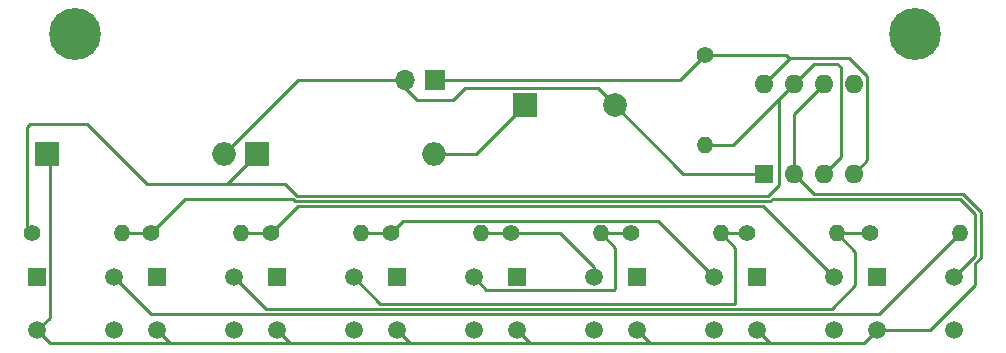
<source format=gbr>
%TF.GenerationSoftware,KiCad,Pcbnew,(6.0.7)*%
%TF.CreationDate,2022-08-03T09:20:52-07:00*%
%TF.ProjectId,PianoKeychain,5069616e-6f4b-4657-9963-6861696e2e6b,rev?*%
%TF.SameCoordinates,Original*%
%TF.FileFunction,Copper,L1,Top*%
%TF.FilePolarity,Positive*%
%FSLAX46Y46*%
G04 Gerber Fmt 4.6, Leading zero omitted, Abs format (unit mm)*
G04 Created by KiCad (PCBNEW (6.0.7)) date 2022-08-03 09:20:52*
%MOMM*%
%LPD*%
G01*
G04 APERTURE LIST*
%TA.AperFunction,ComponentPad*%
%ADD10R,1.498000X1.498000*%
%TD*%
%TA.AperFunction,ComponentPad*%
%ADD11C,1.498000*%
%TD*%
%TA.AperFunction,ComponentPad*%
%ADD12C,1.400000*%
%TD*%
%TA.AperFunction,ComponentPad*%
%ADD13O,1.400000X1.400000*%
%TD*%
%TA.AperFunction,ComponentPad*%
%ADD14C,4.400000*%
%TD*%
%TA.AperFunction,ComponentPad*%
%ADD15R,2.000000X2.000000*%
%TD*%
%TA.AperFunction,ComponentPad*%
%ADD16O,2.000000X2.000000*%
%TD*%
%TA.AperFunction,ComponentPad*%
%ADD17R,1.600000X1.600000*%
%TD*%
%TA.AperFunction,ComponentPad*%
%ADD18O,1.600000X1.600000*%
%TD*%
%TA.AperFunction,ComponentPad*%
%ADD19C,2.000000*%
%TD*%
%TA.AperFunction,ComponentPad*%
%ADD20R,1.700000X1.700000*%
%TD*%
%TA.AperFunction,ComponentPad*%
%ADD21O,1.700000X1.700000*%
%TD*%
%TA.AperFunction,Conductor*%
%ADD22C,0.250000*%
%TD*%
G04 APERTURE END LIST*
D10*
%TO.P,SW6,1*%
%TO.N,unconnected-(SW6-Pad1)*%
X126290000Y-137450000D03*
D11*
%TO.P,SW6,2*%
%TO.N,Net-(R7-Pad2)*%
X132790000Y-137450000D03*
%TO.P,SW6,3*%
%TO.N,Net-(C2-Pad1)*%
X126290000Y-141950000D03*
%TO.P,SW6,4*%
%TO.N,unconnected-(SW6-Pad4)*%
X132790000Y-141950000D03*
%TD*%
D12*
%TO.P,R8,1*%
%TO.N,Net-(R7-Pad2)*%
X166068282Y-133711832D03*
D13*
%TO.P,R8,2*%
%TO.N,Net-(R8-Pad2)*%
X173688282Y-133711832D03*
%TD*%
D14*
%TO.P,Mount,1*%
%TO.N,N/C*%
X109220000Y-116840000D03*
%TD*%
D15*
%TO.P,C1,1*%
%TO.N,Net-(C1-Pad1)*%
X124580000Y-127000000D03*
D16*
%TO.P,C1,2*%
%TO.N,Net-(C1-Pad2)*%
X139580000Y-127000000D03*
%TD*%
D10*
%TO.P,SW1,1*%
%TO.N,unconnected-(SW1-Pad1)*%
X177090000Y-137450000D03*
D11*
%TO.P,SW1,2*%
%TO.N,Net-(R2-Pad2)*%
X183590000Y-137450000D03*
%TO.P,SW1,3*%
%TO.N,Net-(C2-Pad1)*%
X177090000Y-141950000D03*
%TO.P,SW1,4*%
%TO.N,unconnected-(SW1-Pad4)*%
X183590000Y-141950000D03*
%TD*%
D17*
%TO.P,U1,1,GND*%
%TO.N,GND*%
X167511421Y-128681359D03*
D18*
%TO.P,U1,2,TR*%
%TO.N,Net-(C2-Pad1)*%
X170051421Y-128681359D03*
%TO.P,U1,3,Q*%
%TO.N,Net-(C1-Pad1)*%
X172591421Y-128681359D03*
%TO.P,U1,4,R*%
%TO.N,+9V*%
X175131421Y-128681359D03*
%TO.P,U1,5,CV*%
%TO.N,unconnected-(U1-Pad5)*%
X175131421Y-121061359D03*
%TO.P,U1,6,THR*%
%TO.N,Net-(C2-Pad1)*%
X172591421Y-121061359D03*
%TO.P,U1,7,DIS*%
%TO.N,Net-(C1-Pad1)*%
X170051421Y-121061359D03*
%TO.P,U1,8,VCC*%
%TO.N,+9V*%
X167511421Y-121061359D03*
%TD*%
D10*
%TO.P,SW8,1*%
%TO.N,unconnected-(SW8-Pad1)*%
X105970000Y-137450000D03*
D11*
%TO.P,SW8,2*%
%TO.N,Net-(R9-Pad2)*%
X112470000Y-137450000D03*
%TO.P,SW8,3*%
%TO.N,Net-(C2-Pad1)*%
X105970000Y-141950000D03*
%TO.P,SW8,4*%
%TO.N,unconnected-(SW8-Pad4)*%
X112470000Y-141950000D03*
%TD*%
D10*
%TO.P,SW7,1*%
%TO.N,unconnected-(SW7-Pad1)*%
X116130000Y-137450000D03*
D11*
%TO.P,SW7,2*%
%TO.N,Net-(R8-Pad2)*%
X122630000Y-137450000D03*
%TO.P,SW7,3*%
%TO.N,Net-(C2-Pad1)*%
X116130000Y-141950000D03*
%TO.P,SW7,4*%
%TO.N,unconnected-(SW7-Pad4)*%
X122630000Y-141950000D03*
%TD*%
D13*
%TO.P,R9,2*%
%TO.N,Net-(R9-Pad2)*%
X184150000Y-133700000D03*
D12*
%TO.P,R9,1*%
%TO.N,Net-(R8-Pad2)*%
X176530000Y-133700000D03*
%TD*%
D15*
%TO.P,C2,1*%
%TO.N,Net-(C2-Pad1)*%
X106800000Y-127000000D03*
D16*
%TO.P,C2,2*%
%TO.N,GND*%
X121800000Y-127000000D03*
%TD*%
D10*
%TO.P,SW2,1*%
%TO.N,unconnected-(SW2-Pad1)*%
X166930000Y-137450000D03*
D11*
%TO.P,SW2,2*%
%TO.N,Net-(R3-Pad2)*%
X173430000Y-137450000D03*
%TO.P,SW2,3*%
%TO.N,Net-(C2-Pad1)*%
X166930000Y-141950000D03*
%TO.P,SW2,4*%
%TO.N,unconnected-(SW2-Pad4)*%
X173430000Y-141950000D03*
%TD*%
D12*
%TO.P,R7,1*%
%TO.N,Net-(R6-Pad2)*%
X156258282Y-133711832D03*
D13*
%TO.P,R7,2*%
%TO.N,Net-(R7-Pad2)*%
X163878282Y-133711832D03*
%TD*%
D14*
%TO.P,Mount,1*%
%TO.N,N/C*%
X180340000Y-116840000D03*
%TD*%
D10*
%TO.P,SW5,1*%
%TO.N,unconnected-(SW5-Pad1)*%
X136450000Y-137450000D03*
D11*
%TO.P,SW5,2*%
%TO.N,Net-(R6-Pad2)*%
X142950000Y-137450000D03*
%TO.P,SW5,3*%
%TO.N,Net-(C2-Pad1)*%
X136450000Y-141950000D03*
%TO.P,SW5,4*%
%TO.N,unconnected-(SW5-Pad4)*%
X142950000Y-141950000D03*
%TD*%
D12*
%TO.P,R4,1*%
%TO.N,Net-(R3-Pad2)*%
X125778282Y-133711832D03*
D13*
%TO.P,R4,2*%
%TO.N,Net-(R4-Pad2)*%
X133398282Y-133711832D03*
%TD*%
D12*
%TO.P,R1,1*%
%TO.N,+9V*%
X162560000Y-118618000D03*
D13*
%TO.P,R1,2*%
%TO.N,Net-(C1-Pad1)*%
X162560000Y-126238000D03*
%TD*%
D12*
%TO.P,R2,1*%
%TO.N,Net-(C1-Pad1)*%
X105565184Y-133699249D03*
D13*
%TO.P,R2,2*%
%TO.N,Net-(R2-Pad2)*%
X113185184Y-133699249D03*
%TD*%
D15*
%TO.P,LS1,1,1*%
%TO.N,Net-(C1-Pad2)*%
X147292631Y-122878259D03*
D19*
%TO.P,LS1,2,2*%
%TO.N,GND*%
X154892631Y-122878259D03*
%TD*%
D12*
%TO.P,R3,1*%
%TO.N,Net-(R2-Pad2)*%
X115618282Y-133711832D03*
D13*
%TO.P,R3,2*%
%TO.N,Net-(R3-Pad2)*%
X123238282Y-133711832D03*
%TD*%
D10*
%TO.P,SW3,1*%
%TO.N,unconnected-(SW3-Pad1)*%
X156770000Y-137450000D03*
D11*
%TO.P,SW3,2*%
%TO.N,Net-(R4-Pad2)*%
X163270000Y-137450000D03*
%TO.P,SW3,3*%
%TO.N,Net-(C2-Pad1)*%
X156770000Y-141950000D03*
%TO.P,SW3,4*%
%TO.N,unconnected-(SW3-Pad4)*%
X163270000Y-141950000D03*
%TD*%
D12*
%TO.P,R5,1*%
%TO.N,Net-(R4-Pad2)*%
X135938282Y-133711832D03*
D13*
%TO.P,R5,2*%
%TO.N,Net-(R5-Pad2)*%
X143558282Y-133711832D03*
%TD*%
D10*
%TO.P,SW4,1*%
%TO.N,unconnected-(SW4-Pad1)*%
X146610000Y-137450000D03*
D11*
%TO.P,SW4,2*%
%TO.N,Net-(R5-Pad2)*%
X153110000Y-137450000D03*
%TO.P,SW4,3*%
%TO.N,Net-(C2-Pad1)*%
X146610000Y-141950000D03*
%TO.P,SW4,4*%
%TO.N,unconnected-(SW4-Pad4)*%
X153110000Y-141950000D03*
%TD*%
D12*
%TO.P,R6,1*%
%TO.N,Net-(R5-Pad2)*%
X146098282Y-133711832D03*
D13*
%TO.P,R6,2*%
%TO.N,Net-(R6-Pad2)*%
X153718282Y-133711832D03*
%TD*%
D20*
%TO.P,BT1,1,+*%
%TO.N,+9V*%
X139700000Y-120772446D03*
D21*
%TO.P,BT1,2,-*%
%TO.N,GND*%
X137160000Y-120772446D03*
%TD*%
D22*
%TO.N,Net-(C1-Pad1)*%
X122040000Y-129540000D02*
X127000000Y-129540000D01*
X127000000Y-129540000D02*
X128016000Y-130556000D01*
X124580000Y-127000000D02*
X122040000Y-129540000D01*
X122040000Y-129540000D02*
X115316000Y-129540000D01*
X115316000Y-129540000D02*
X110236000Y-124460000D01*
X110236000Y-124460000D02*
X105410000Y-124460000D01*
X105410000Y-124460000D02*
X105156000Y-124714000D01*
X105156000Y-124714000D02*
X105156000Y-133290065D01*
X105156000Y-133290065D02*
X105565184Y-133699249D01*
%TO.N,Net-(R8-Pad2)*%
X173688282Y-133711832D02*
X176518168Y-133711832D01*
X176518168Y-133711832D02*
X176530000Y-133700000D01*
%TO.N,Net-(R7-Pad2)*%
X163878282Y-133711832D02*
X166068282Y-133711832D01*
%TO.N,Net-(C2-Pad1)*%
X170051421Y-128681359D02*
X171730062Y-130360000D01*
X171730062Y-130360000D02*
X184336396Y-130360000D01*
X184336396Y-130360000D02*
X185870000Y-131893604D01*
X185870000Y-131893604D02*
X185870000Y-135806396D01*
X185870000Y-135806396D02*
X185420000Y-136256396D01*
X185420000Y-136256396D02*
X185420000Y-138137302D01*
X185420000Y-138137302D02*
X181607302Y-141950000D01*
X181607302Y-141950000D02*
X177090000Y-141950000D01*
%TO.N,Net-(R2-Pad2)*%
X183590000Y-137450000D02*
X185420000Y-135620000D01*
X118520114Y-130810000D02*
X115618282Y-133711832D01*
X185420000Y-135620000D02*
X185420000Y-132080000D01*
X185420000Y-132080000D02*
X184150000Y-130810000D01*
X168267778Y-130810000D02*
X168071778Y-131006000D01*
X127829604Y-131006000D02*
X127633604Y-130810000D01*
X127633604Y-130810000D02*
X118520114Y-130810000D01*
X184150000Y-130810000D02*
X168267778Y-130810000D01*
X168071778Y-131006000D02*
X127829604Y-131006000D01*
%TO.N,Net-(R9-Pad2)*%
X112470000Y-137450000D02*
X115620000Y-140600000D01*
X115620000Y-140600000D02*
X177250000Y-140600000D01*
X177250000Y-140600000D02*
X184150000Y-133700000D01*
%TO.N,Net-(R8-Pad2)*%
X122630000Y-137450000D02*
X125330000Y-140150000D01*
X125330000Y-140150000D02*
X173247302Y-140150000D01*
X173247302Y-140150000D02*
X175260000Y-138137302D01*
X175260000Y-138137302D02*
X175260000Y-135283550D01*
X175260000Y-135283550D02*
X173688282Y-133711832D01*
%TO.N,Net-(R7-Pad2)*%
X165100000Y-139700000D02*
X165100000Y-134933550D01*
X165100000Y-134933550D02*
X163878282Y-133711832D01*
X135040000Y-139700000D02*
X165100000Y-139700000D01*
X132790000Y-137450000D02*
X135040000Y-139700000D01*
%TO.N,Net-(R6-Pad2)*%
X154846000Y-138524000D02*
X154940000Y-138430000D01*
X144024000Y-138524000D02*
X154846000Y-138524000D01*
X142950000Y-137450000D02*
X144024000Y-138524000D01*
X154940000Y-134933550D02*
X153718282Y-133711832D01*
X154940000Y-138430000D02*
X154940000Y-134933550D01*
%TO.N,Net-(R5-Pad2)*%
X153110000Y-137450000D02*
X153110000Y-136600000D01*
X153110000Y-136600000D02*
X150221832Y-133711832D01*
X150221832Y-133711832D02*
X146098282Y-133711832D01*
%TO.N,Net-(R4-Pad2)*%
X163270000Y-137450000D02*
X158506832Y-132686832D01*
X158506832Y-132686832D02*
X136963282Y-132686832D01*
X136963282Y-132686832D02*
X135938282Y-133711832D01*
%TO.N,Net-(R3-Pad2)*%
X173430000Y-137450000D02*
X167436000Y-131456000D01*
X167436000Y-131456000D02*
X128034114Y-131456000D01*
X128034114Y-131456000D02*
X125778282Y-133711832D01*
%TO.N,Net-(C2-Pad1)*%
X105970000Y-141950000D02*
X107044000Y-140876000D01*
X107044000Y-140876000D02*
X107044000Y-127244000D01*
X107044000Y-127244000D02*
X106800000Y-127000000D01*
X117326000Y-143024000D02*
X117204000Y-143024000D01*
X127364000Y-143024000D02*
X117326000Y-143024000D01*
X117326000Y-143024000D02*
X107044000Y-143024000D01*
X107044000Y-143024000D02*
X105970000Y-141950000D01*
X117204000Y-143024000D02*
X116130000Y-141950000D01*
X137944000Y-143024000D02*
X137524000Y-143024000D01*
X147684000Y-143024000D02*
X137944000Y-143024000D01*
X137944000Y-143024000D02*
X127364000Y-143024000D01*
X127364000Y-143024000D02*
X126290000Y-141950000D01*
X137524000Y-143024000D02*
X136450000Y-141950000D01*
X157844000Y-143024000D02*
X147684000Y-143024000D01*
X147684000Y-143024000D02*
X146610000Y-141950000D01*
X168004000Y-143024000D02*
X157844000Y-143024000D01*
X157844000Y-143024000D02*
X156770000Y-141950000D01*
X177090000Y-141950000D02*
X176016000Y-143024000D01*
X176016000Y-143024000D02*
X168004000Y-143024000D01*
X168004000Y-143024000D02*
X166930000Y-141950000D01*
%TO.N,GND*%
X142240000Y-121412000D02*
X153426372Y-121412000D01*
X128027554Y-120772446D02*
X137160000Y-120772446D01*
X141224000Y-122428000D02*
X142240000Y-121412000D01*
X138176000Y-122428000D02*
X141224000Y-122428000D01*
X121800000Y-127000000D02*
X128027554Y-120772446D01*
X167511421Y-128681359D02*
X160695731Y-128681359D01*
X160695731Y-128681359D02*
X154892631Y-122878259D01*
X153426372Y-121412000D02*
X154892631Y-122878259D01*
X137160000Y-121412000D02*
X138176000Y-122428000D01*
X137160000Y-120772446D02*
X137160000Y-121412000D01*
%TO.N,+9V*%
X176256421Y-127556359D02*
X176256421Y-120376421D01*
X174752000Y-118872000D02*
X169700780Y-118872000D01*
X162560000Y-118618000D02*
X169418000Y-118618000D01*
X169672000Y-118872000D02*
X169700780Y-118872000D01*
X176256421Y-120376421D02*
X174752000Y-118872000D01*
X175131421Y-128681359D02*
X176256421Y-127556359D01*
X169700780Y-118872000D02*
X167511421Y-121061359D01*
X160405554Y-120772446D02*
X162560000Y-118618000D01*
X169418000Y-118618000D02*
X169672000Y-118872000D01*
X139700000Y-120772446D02*
X160405554Y-120772446D01*
%TO.N,Net-(R2-Pad2)*%
X115605699Y-133699249D02*
X115618282Y-133711832D01*
X113185184Y-133699249D02*
X115605699Y-133699249D01*
%TO.N,Net-(R3-Pad2)*%
X123238282Y-133711832D02*
X125778282Y-133711832D01*
%TO.N,Net-(R4-Pad2)*%
X133398282Y-133711832D02*
X135938282Y-133711832D01*
%TO.N,Net-(R5-Pad2)*%
X143558282Y-133711832D02*
X146098282Y-133711832D01*
%TO.N,Net-(R6-Pad2)*%
X153718282Y-133711832D02*
X156258282Y-133711832D01*
%TO.N,Net-(R8-Pad2)*%
X173430000Y-133970114D02*
X173688282Y-133711832D01*
%TO.N,Net-(C1-Pad1)*%
X174006421Y-119650421D02*
X173736000Y-119380000D01*
X162560000Y-126238000D02*
X164874780Y-126238000D01*
X171732780Y-119380000D02*
X170051421Y-121061359D01*
X174006421Y-127266359D02*
X174006421Y-119650421D01*
X172591421Y-128681359D02*
X174006421Y-127266359D01*
X168778691Y-122334089D02*
X170051421Y-121061359D01*
X168778691Y-129662691D02*
X168778691Y-122334089D01*
X173736000Y-119380000D02*
X171732780Y-119380000D01*
X128016000Y-130556000D02*
X167885382Y-130556000D01*
X124580000Y-127000000D02*
X124580000Y-127120000D01*
X167885382Y-130556000D02*
X168778691Y-129662691D01*
X164874780Y-126238000D02*
X170051421Y-121061359D01*
%TO.N,Net-(C1-Pad2)*%
X139580000Y-127000000D02*
X143170890Y-127000000D01*
X143170890Y-127000000D02*
X147292631Y-122878259D01*
%TO.N,Net-(C2-Pad1)*%
X170051421Y-128681359D02*
X170051421Y-123601359D01*
X170051421Y-123601359D02*
X172591421Y-121061359D01*
%TD*%
M02*

</source>
